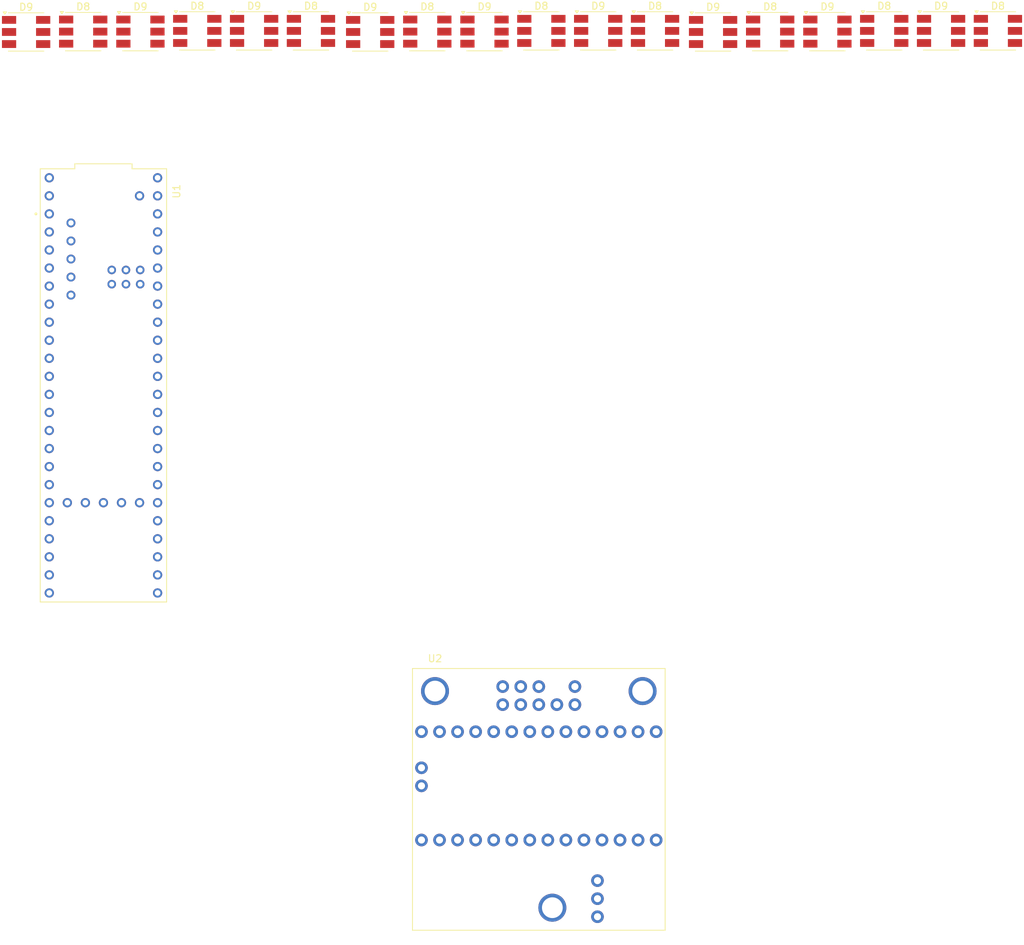
<source format=kicad_pcb>
(kicad_pcb (version 20241229) (generator "pcbnew") (generator_version "9.0")
  (layers (0 "F.Cu" signal) (2 "B.Cu" signal) (13 "F.Paste" user) (15 "B.Paste" user) (5 "F.SilkS" user "F.Silkscreen") (7 "B.SilkS" user "B.Silkscreen") (1 "F.Mask" user) (3 "B.Mask" user) (25 "Edge.Cuts" user))
  (net 0 "")
  (net 1 "Net-(D8-GND)")
  (net 2 "Net-(D8-DI)")
  (net 3 "Net-(D8-VCC)")
  (net 4 "Net-(D8-CI)")
  (net 7 "Net-(D8-CO)")
  (net 8 "Net-(D8-DO)")
  (footprint "LED_SMD:LED_RGB_5050-6" (layer "F.Cu") (at 104.75 57.349722)
    (property "Reference" "D8" (at 0 -3.5 0) (layer "F.SilkS"))
    (property "Value" "APA102")
    (fp_line (start -2.5 -2.7) (end 2.5 -2.7) (stroke (width 0.12)) (layer "F.SilkS"))
    (fp_line (start 2.5 2.7) (end -2.5 2.7) (stroke (width 0.12)) (layer "F.SilkS"))
    (fp_poly (pts (xy -3 -2.5) (xy -3.24 -2.83) (xy -2.76 -2.83) (xy -3 -2.5)) (stroke (width 0.12)) (fill yes) (layer "F.SilkS"))
    (pad "1" smd rect (at -2.4 -1.7 90) (size 1.1 2) (layers "F.Cu" "F.Mask" "F.Paste") (net 2 "Net-(D8-DI)"))
    (pad "2" smd rect (at -2.4 0 90) (size 1.1 2) (layers "F.Cu" "F.Mask" "F.Paste") (net 4 "Net-(D8-CI)"))
    (pad "3" smd rect (at -2.4 1.7 90) (size 1.1 2) (layers "F.Cu" "F.Mask" "F.Paste") (net 1 "Net-(D8-GND)"))
    (pad "4" smd rect (at 2.4 1.7 90) (size 1.1 2) (layers "F.Cu" "F.Mask" "F.Paste") (net 3 "Net-(D8-VCC)"))
    (pad "5" smd rect (at 2.4 0 90) (size 1.1 2) (layers "F.Cu" "F.Mask" "F.Paste") (net 7 "Net-(D8-CO)"))
    (pad "6" smd rect (at 2.4 -1.7 90) (size 1.1 2) (layers "F.Cu" "F.Mask" "F.Paste") (net 8 "Net-(D8-DO)"))
  )
  (footprint "EQLightBarLibrary:MODULE_DEV-16771" (layer "F.Cu") (at 27.13 107.23 -90)
    (property "Reference" "U1" (at -27.305 -10.295 90) (layer "F.SilkS"))
    (property "Value" "TEENSY 4.1")
    (fp_line (start -30.48 8.89) (end -30.48 4.03) (stroke (width 0.127)) (layer "F.SilkS"))
    (fp_line (start 30.48 8.89) (end -30.48 8.89) (stroke (width 0.127)) (layer "F.SilkS"))
    (fp_line (start -31.18 4.03) (end -31.18 -4.03) (stroke (width 0.127)) (layer "F.SilkS"))
    (fp_line (start -30.48 4.03) (end -31.18 4.03) (stroke (width 0.127)) (layer "F.SilkS"))
    (fp_line (start -30.48 -4.03) (end -31.18 -4.03) (stroke (width 0.127)) (layer "F.SilkS"))
    (fp_line (start -30.48 -8.89) (end -30.48 -4.03) (stroke (width 0.127)) (layer "F.SilkS"))
    (fp_line (start -30.48 -8.89) (end 30.48 -8.89) (stroke (width 0.127)) (layer "F.SilkS"))
    (fp_line (start 30.48 -8.89) (end 30.48 8.89) (stroke (width 0.127)) (layer "F.SilkS"))
    (fp_circle (center -24.13 9.5) (end -24.03 9.5) (stroke (width 0.2)) (fill no) (layer "F.SilkS"))
    (pad "0" thru_hole circle (at -26.67 7.62 270) (size 1.308 1.308) (drill 0.8) (layers "*.Cu" "*.Mask") (net 4 "Net-(D8-CI)"))
    (pad "1" thru_hole circle (at -24.13 7.62 270) (size 1.308 1.308) (drill 0.8) (layers "*.Cu" "*.Mask") (net 2 "Net-(D8-DI)"))
    (pad "2" thru_hole circle (at -21.59 7.62 270) (size 1.308 1.308) (drill 0.8) (layers "*.Cu" "*.Mask"))
    (pad "3" thru_hole circle (at -19.05 7.62 270) (size 1.308 1.308) (drill 0.8) (layers "*.Cu" "*.Mask"))
    (pad "3.3V_1" thru_hole circle (at 6.35 7.62 270) (size 1.308 1.308) (drill 0.8) (layers "*.Cu" "*.Mask"))
    (pad "3.3V_2" thru_hole circle (at -24.13 -7.62 270) (size 1.308 1.308) (drill 0.8) (layers "*.Cu" "*.Mask"))
    (pad "3.3V_3" thru_hole circle (at 16.51 2.54 270) (size 1.308 1.308) (drill 0.8) (layers "*.Cu" "*.Mask"))
    (pad "4" thru_hole circle (at -16.51 7.62 270) (size 1.308 1.308) (drill 0.8) (layers "*.Cu" "*.Mask"))
    (pad "5" thru_hole circle (at -13.97 7.62 270) (size 1.308 1.308) (drill 0.8) (layers "*.Cu" "*.Mask"))
    (pad "5V" thru_hole circle (at -22.86 4.57 270) (size 1.258 1.258) (drill 0.75) (layers "*.Cu" "*.Mask") (net 3 "Net-(D8-VCC)"))
    (pad "6" thru_hole circle (at -11.43 7.62 270) (size 1.308 1.308) (drill 0.8) (layers "*.Cu" "*.Mask"))
    (pad "7" thru_hole circle (at -8.89 7.62 270) (size 1.308 1.308) (drill 0.8) (layers "*.Cu" "*.Mask"))
    (pad "8" thru_hole circle (at -6.35 7.62 270) (size 1.308 1.308) (drill 0.8) (layers "*.Cu" "*.Mask"))
    (pad "9" thru_hole circle (at -3.81 7.62 270) (size 1.308 1.308) (drill 0.8) (layers "*.Cu" "*.Mask"))
    (pad "10" thru_hole circle (at -1.27 7.62 270) (size 1.308 1.308) (drill 0.8) (layers "*.Cu" "*.Mask"))
    (pad "11" thru_hole circle (at 1.27 7.62 270) (size 1.308 1.308) (drill 0.8) (layers "*.Cu" "*.Mask"))
    (pad "12" thru_hole circle (at 3.81 7.62 270) (size 1.308 1.308) (drill 0.8) (layers "*.Cu" "*.Mask"))
    (pad "13" thru_hole circle (at 3.81 -7.62 270) (size 1.308 1.308) (drill 0.8) (layers "*.Cu" "*.Mask"))
    (pad "14" thru_hole circle (at 1.27 -7.62 270) (size 1.308 1.308) (drill 0.8) (layers "*.Cu" "*.Mask"))
    (pad "15" thru_hole circle (at -1.27 -7.62 270) (size 1.308 1.308) (drill 0.8) (layers "*.Cu" "*.Mask"))
    (pad "16" thru_hole circle (at -3.81 -7.62 270) (size 1.308 1.308) (drill 0.8) (layers "*.Cu" "*.Mask"))
    (pad "17" thru_hole circle (at -6.35 -7.62 270) (size 1.308 1.308) (drill 0.8) (layers "*.Cu" "*.Mask"))
    (pad "18" thru_hole circle (at -8.89 -7.62 270) (size 1.308 1.308) (drill 0.8) (layers "*.Cu" "*.Mask"))
    (pad "19" thru_hole circle (at -11.43 -7.62 270) (size 1.308 1.308) (drill 0.8) (layers "*.Cu" "*.Mask"))
    (pad "20" thru_hole circle (at -13.97 -7.62 270) (size 1.308 1.308) (drill 0.8) (layers "*.Cu" "*.Mask"))
    (pad "21" thru_hole circle (at -16.51 -7.62 270) (size 1.308 1.308) (drill 0.8) (layers "*.Cu" "*.Mask"))
    (pad "22" thru_hole circle (at -19.05 -7.62 270) (size 1.308 1.308) (drill 0.8) (layers "*.Cu" "*.Mask"))
    (pad "23" thru_hole circle (at -21.59 -7.62 270) (size 1.308 1.308) (drill 0.8) (layers "*.Cu" "*.Mask"))
    (pad "24" thru_hole circle (at 8.89 7.62 270) (size 1.308 1.308) (drill 0.8) (layers "*.Cu" "*.Mask"))
    (pad "25" thru_hole circle (at 11.43 7.62 270) (size 1.308 1.308) (drill 0.8) (layers "*.Cu" "*.Mask"))
    (pad "26" thru_hole circle (at 13.97 7.62 270) (size 1.308 1.308) (drill 0.8) (layers "*.Cu" "*.Mask"))
    (pad "27" thru_hole circle (at 16.51 7.62 270) (size 1.308 1.308) (drill 0.8) (layers "*.Cu" "*.Mask"))
    (pad "28" thru_hole circle (at 19.05 7.62 270) (size 1.308 1.308) (drill 0.8) (layers "*.Cu" "*.Mask"))
    (pad "29" thru_hole circle (at 21.59 7.62 270) (size 1.308 1.308) (drill 0.8) (layers "*.Cu" "*.Mask"))
    (pad "30" thru_hole circle (at 24.13 7.62 270) (size 1.308 1.308) (drill 0.8) (layers "*.Cu" "*.Mask"))
    (pad "31" thru_hole circle (at 26.67 7.62 270) (size 1.308 1.308) (drill 0.8) (layers "*.Cu" "*.Mask"))
    (pad "32" thru_hole circle (at 29.21 7.62 270) (size 1.308 1.308) (drill 0.8) (layers "*.Cu" "*.Mask"))
    (pad "33" thru_hole circle (at 29.21 -7.62 270) (size 1.308 1.308) (drill 0.8) (layers "*.Cu" "*.Mask"))
    (pad "34" thru_hole circle (at 26.67 -7.62 270) (size 1.308 1.308) (drill 0.8) (layers "*.Cu" "*.Mask"))
    (pad "35" thru_hole circle (at 24.13 -7.62 270) (size 1.308 1.308) (drill 0.8) (layers "*.Cu" "*.Mask"))
    (pad "36" thru_hole circle (at 21.59 -7.62 270) (size 1.308 1.308) (drill 0.8) (layers "*.Cu" "*.Mask"))
    (pad "37" thru_hole circle (at 19.05 -7.62 270) (size 1.308 1.308) (drill 0.8) (layers "*.Cu" "*.Mask"))
    (pad "38" thru_hole circle (at 16.51 -7.62 270) (size 1.308 1.308) (drill 0.8) (layers "*.Cu" "*.Mask"))
    (pad "39" thru_hole circle (at 13.97 -7.62 270) (size 1.308 1.308) (drill 0.8) (layers "*.Cu" "*.Mask"))
    (pad "40" thru_hole circle (at 11.43 -7.62 270) (size 1.308 1.308) (drill 0.8) (layers "*.Cu" "*.Mask"))
    (pad "41" thru_hole circle (at 8.89 -7.62 270) (size 1.308 1.308) (drill 0.8) (layers "*.Cu" "*.Mask"))
    (pad "D+" thru_hole circle (at -17.78 4.57 270) (size 1.258 1.258) (drill 0.75) (layers "*.Cu" "*.Mask"))
    (pad "D-" thru_hole circle (at -20.32 4.57 270) (size 1.258 1.258) (drill 0.75) (layers "*.Cu" "*.Mask"))
    (pad "GND1" thru_hole circle (at -29.21 7.62 270) (size 1.308 1.308) (drill 0.8) (layers "*.Cu" "*.Mask") (net 1 "Net-(D8-GND)"))
    (pad "GND2" thru_hole circle (at 6.35 -7.62 270) (size 1.308 1.308) (drill 0.8) (layers "*.Cu" "*.Mask"))
    (pad "GND3" thru_hole circle (at -26.67 -7.62 270) (size 1.308 1.308) (drill 0.8) (layers "*.Cu" "*.Mask"))
    (pad "GND4" thru_hole circle (at 16.51 0 270) (size 1.308 1.308) (drill 0.8) (layers "*.Cu" "*.Mask"))
    (pad "GND5" thru_hole circle (at -14.24 -3.17 270) (size 1.208 1.208) (drill 0.7) (layers "*.Cu" "*.Mask"))
    (pad "LED" thru_hole circle (at -16.24 -3.17 270) (size 1.208 1.208) (drill 0.7) (layers "*.Cu" "*.Mask"))
    (pad "ON/OFF" thru_hole circle (at 16.51 -5.08 270) (size 1.308 1.308) (drill 0.8) (layers "*.Cu" "*.Mask"))
    (pad "PROGRAM" thru_hole circle (at 16.51 -2.54 270) (size 1.308 1.308) (drill 0.8) (layers "*.Cu" "*.Mask"))
    (pad "R+" thru_hole circle (at -16.24 -5.17 270) (size 1.208 1.208) (drill 0.7) (layers "*.Cu" "*.Mask"))
    (pad "R-" thru_hole circle (at -14.24 -5.17 270) (size 1.208 1.208) (drill 0.7) (layers "*.Cu" "*.Mask"))
    (pad "T+" thru_hole circle (at -14.24 -1.17 270) (size 1.208 1.208) (drill 0.7) (layers "*.Cu" "*.Mask"))
    (pad "T-" thru_hole circle (at -16.24 -1.17 270) (size 1.208 1.208) (drill 0.7) (layers "*.Cu" "*.Mask"))
    (pad "USB_GND1" thru_hole circle (at -15.24 4.57 270) (size 1.258 1.258) (drill 0.75) (layers "*.Cu" "*.Mask"))
    (pad "USB_GND2" thru_hole circle (at -12.7 4.57 270) (size 1.258 1.258) (drill 0.75) (layers "*.Cu" "*.Mask"))
    (pad "VBAT" thru_hole circle (at 16.51 5.08 270) (size 1.308 1.308) (drill 0.8) (layers "*.Cu" "*.Mask"))
    (pad "VIN" thru_hole circle (at -29.21 -7.62 270) (size 1.308 1.308) (drill 0.8) (layers "*.Cu" "*.Mask"))
    (pad "VUSB" thru_hole circle (at -26.67 -5.08 270) (size 1.308 1.308) (drill 0.8) (layers "*.Cu" "*.Mask"))
  )
  (footprint "LED_SMD:LED_RGB_5050-6" (layer "F.Cu") (at 64.667531 57.5)
    (property "Reference" "D9" (at 0 -3.5 0) (layer "F.SilkS"))
    (property "Value" "APA102")
    (fp_line (start -2.5 -2.7) (end 2.5 -2.7) (stroke (width 0.12)) (layer "F.SilkS"))
    (fp_line (start 2.5 2.7) (end -2.5 2.7) (stroke (width 0.12)) (layer "F.SilkS"))
    (fp_poly (pts (xy -3 -2.5) (xy -3.24 -2.83) (xy -2.76 -2.83) (xy -3 -2.5)) (stroke (width 0.12)) (fill yes) (layer "F.SilkS"))
    (pad "1" smd rect (at -2.4 -1.7 90) (size 1.1 2) (layers "F.Cu" "F.Mask" "F.Paste") (net 8 "Net-(D8-DO)"))
    (pad "2" smd rect (at -2.4 0 90) (size 1.1 2) (layers "F.Cu" "F.Mask" "F.Paste") (net 7 "Net-(D8-CO)"))
    (pad "3" smd rect (at -2.4 1.7 90) (size 1.1 2) (layers "F.Cu" "F.Mask" "F.Paste") (net 1 "Net-(D8-GND)"))
    (pad "4" smd rect (at 2.4 1.7 90) (size 1.1 2) (layers "F.Cu" "F.Mask" "F.Paste") (net 3 "Net-(D8-VCC)"))
    (pad "5" smd rect (at 2.4 0 90) (size 1.1 2) (layers "F.Cu" "F.Mask" "F.Paste"))
    (pad "6" smd rect (at 2.4 -1.7 90) (size 1.1 2) (layers "F.Cu" "F.Mask" "F.Paste"))
  )
  (footprint "LED_SMD:LED_RGB_5050-6" (layer "F.Cu") (at 129 57.449722)
    (property "Reference" "D9" (at 0 -3.5 0) (layer "F.SilkS"))
    (property "Value" "APA102")
    (fp_line (start -2.5 -2.7) (end 2.5 -2.7) (stroke (width 0.12)) (layer "F.SilkS"))
    (fp_line (start 2.5 2.7) (end -2.5 2.7) (stroke (width 0.12)) (layer "F.SilkS"))
    (fp_poly (pts (xy -3 -2.5) (xy -3.24 -2.83) (xy -2.76 -2.83) (xy -3 -2.5)) (stroke (width 0.12)) (fill yes) (layer "F.SilkS"))
    (pad "1" smd rect (at -2.4 -1.7 90) (size 1.1 2) (layers "F.Cu" "F.Mask" "F.Paste") (net 8 "Net-(D8-DO)"))
    (pad "2" smd rect (at -2.4 0 90) (size 1.1 2) (layers "F.Cu" "F.Mask" "F.Paste") (net 7 "Net-(D8-CO)"))
    (pad "3" smd rect (at -2.4 1.7 90) (size 1.1 2) (layers "F.Cu" "F.Mask" "F.Paste") (net 1 "Net-(D8-GND)"))
    (pad "4" smd rect (at 2.4 1.7 90) (size 1.1 2) (layers "F.Cu" "F.Mask" "F.Paste") (net 3 "Net-(D8-VCC)"))
    (pad "5" smd rect (at 2.4 0 90) (size 1.1 2) (layers "F.Cu" "F.Mask" "F.Paste"))
    (pad "6" smd rect (at 2.4 -1.7 90) (size 1.1 2) (layers "F.Cu" "F.Mask" "F.Paste"))
  )
  (footprint "LED_SMD:LED_RGB_5050-6" (layer "F.Cu") (at 24.282469 57.449722)
    (property "Reference" "D8" (at 0 -3.5 0) (layer "F.SilkS"))
    (property "Value" "APA102")
    (fp_line (start -2.5 -2.7) (end 2.5 -2.7) (stroke (width 0.12)) (layer "F.SilkS"))
    (fp_line (start 2.5 2.7) (end -2.5 2.7) (stroke (width 0.12)) (layer "F.SilkS"))
    (fp_poly (pts (xy -3 -2.5) (xy -3.24 -2.83) (xy -2.76 -2.83) (xy -3 -2.5)) (stroke (width 0.12)) (fill yes) (layer "F.SilkS"))
    (pad "1" smd rect (at -2.4 -1.7 90) (size 1.1 2) (layers "F.Cu" "F.Mask" "F.Paste") (net 2 "Net-(D8-DI)"))
    (pad "2" smd rect (at -2.4 0 90) (size 1.1 2) (layers "F.Cu" "F.Mask" "F.Paste") (net 4 "Net-(D8-CI)"))
    (pad "3" smd rect (at -2.4 1.7 90) (size 1.1 2) (layers "F.Cu" "F.Mask" "F.Paste") (net 1 "Net-(D8-GND)"))
    (pad "4" smd rect (at 2.4 1.7 90) (size 1.1 2) (layers "F.Cu" "F.Mask" "F.Paste") (net 3 "Net-(D8-VCC)"))
    (pad "5" smd rect (at 2.4 0 90) (size 1.1 2) (layers "F.Cu" "F.Mask" "F.Paste") (net 7 "Net-(D8-CO)"))
    (pad "6" smd rect (at 2.4 -1.7 90) (size 1.1 2) (layers "F.Cu" "F.Mask" "F.Paste") (net 8 "Net-(D8-DO)"))
  )
  (footprint "LED_SMD:LED_RGB_5050-6" (layer "F.Cu") (at 112.917531 57.5)
    (property "Reference" "D9" (at 0 -3.5 0) (layer "F.SilkS"))
    (property "Value" "APA102")
    (fp_line (start -2.5 -2.7) (end 2.5 -2.7) (stroke (width 0.12)) (layer "F.SilkS"))
    (fp_line (start 2.5 2.7) (end -2.5 2.7) (stroke (width 0.12)) (layer "F.SilkS"))
    (fp_poly (pts (xy -3 -2.5) (xy -3.24 -2.83) (xy -2.76 -2.83) (xy -3 -2.5)) (stroke (width 0.12)) (fill yes) (layer "F.SilkS"))
    (pad "1" smd rect (at -2.4 -1.7 90) (size 1.1 2) (layers "F.Cu" "F.Mask" "F.Paste") (net 8 "Net-(D8-DO)"))
    (pad "2" smd rect (at -2.4 0 90) (size 1.1 2) (layers "F.Cu" "F.Mask" "F.Paste") (net 7 "Net-(D8-CO)"))
    (pad "3" smd rect (at -2.4 1.7 90) (size 1.1 2) (layers "F.Cu" "F.Mask" "F.Paste") (net 1 "Net-(D8-GND)"))
    (pad "4" smd rect (at 2.4 1.7 90) (size 1.1 2) (layers "F.Cu" "F.Mask" "F.Paste") (net 3 "Net-(D8-VCC)"))
    (pad "5" smd rect (at 2.4 0 90) (size 1.1 2) (layers "F.Cu" "F.Mask" "F.Paste"))
    (pad "6" smd rect (at 2.4 -1.7 90) (size 1.1 2) (layers "F.Cu" "F.Mask" "F.Paste"))
  )
  (footprint "LED_SMD:LED_RGB_5050-6" (layer "F.Cu") (at 137 57.349722)
    (property "Reference" "D8" (at 0 -3.5 0) (layer "F.SilkS"))
    (property "Value" "APA102")
    (fp_line (start -2.5 -2.7) (end 2.5 -2.7) (stroke (width 0.12)) (layer "F.SilkS"))
    (fp_line (start 2.5 2.7) (end -2.5 2.7) (stroke (width 0.12)) (layer "F.SilkS"))
    (fp_poly (pts (xy -3 -2.5) (xy -3.24 -2.83) (xy -2.76 -2.83) (xy -3 -2.5)) (stroke (width 0.12)) (fill yes) (layer "F.SilkS"))
    (pad "1" smd rect (at -2.4 -1.7 90) (size 1.1 2) (layers "F.Cu" "F.Mask" "F.Paste") (net 2 "Net-(D8-DI)"))
    (pad "2" smd rect (at -2.4 0 90) (size 1.1 2) (layers "F.Cu" "F.Mask" "F.Paste") (net 4 "Net-(D8-CI)"))
    (pad "3" smd rect (at -2.4 1.7 90) (size 1.1 2) (layers "F.Cu" "F.Mask" "F.Paste") (net 1 "Net-(D8-GND)"))
    (pad "4" smd rect (at 2.4 1.7 90) (size 1.1 2) (layers "F.Cu" "F.Mask" "F.Paste") (net 3 "Net-(D8-VCC)"))
    (pad "5" smd rect (at 2.4 0 90) (size 1.1 2) (layers "F.Cu" "F.Mask" "F.Paste") (net 7 "Net-(D8-CO)"))
    (pad "6" smd rect (at 2.4 -1.7 90) (size 1.1 2) (layers "F.Cu" "F.Mask" "F.Paste") (net 8 "Net-(D8-DO)"))
  )
  (footprint "LED_SMD:LED_RGB_5050-6" (layer "F.Cu") (at 40.332469 57.349722)
    (property "Reference" "D8" (at 0 -3.5 0) (layer "F.SilkS"))
    (property "Value" "APA102")
    (fp_line (start -2.5 -2.7) (end 2.5 -2.7) (stroke (width 0.12)) (layer "F.SilkS"))
    (fp_line (start 2.5 2.7) (end -2.5 2.7) (stroke (width 0.12)) (layer "F.SilkS"))
    (fp_poly (pts (xy -3 -2.5) (xy -3.24 -2.83) (xy -2.76 -2.83) (xy -3 -2.5)) (stroke (width 0.12)) (fill yes) (layer "F.SilkS"))
    (pad "1" smd rect (at -2.4 -1.7 90) (size 1.1 2) (layers "F.Cu" "F.Mask" "F.Paste") (net 2 "Net-(D8-DI)"))
    (pad "2" smd rect (at -2.4 0 90) (size 1.1 2) (layers "F.Cu" "F.Mask" "F.Paste") (net 4 "Net-(D8-CI)"))
    (pad "3" smd rect (at -2.4 1.7 90) (size 1.1 2) (layers "F.Cu" "F.Mask" "F.Paste") (net 1 "Net-(D8-GND)"))
    (pad "4" smd rect (at 2.4 1.7 90) (size 1.1 2) (layers "F.Cu" "F.Mask" "F.Paste") (net 3 "Net-(D8-VCC)"))
    (pad "5" smd rect (at 2.4 0 90) (size 1.1 2) (layers "F.Cu" "F.Mask" "F.Paste") (net 7 "Net-(D8-CO)"))
    (pad "6" smd rect (at 2.4 -1.7 90) (size 1.1 2) (layers "F.Cu" "F.Mask" "F.Paste") (net 8 "Net-(D8-DO)"))
  )
  (footprint "LED_SMD:LED_RGB_5050-6" (layer "F.Cu") (at 48.332469 57.349722)
    (property "Reference" "D9" (at 0 -3.5 0) (layer "F.SilkS"))
    (property "Value" "APA102")
    (fp_line (start -2.5 -2.7) (end 2.5 -2.7) (stroke (width 0.12)) (layer "F.SilkS"))
    (fp_line (start 2.5 2.7) (end -2.5 2.7) (stroke (width 0.12)) (layer "F.SilkS"))
    (fp_poly (pts (xy -3 -2.5) (xy -3.24 -2.83) (xy -2.76 -2.83) (xy -3 -2.5)) (stroke (width 0.12)) (fill yes) (layer "F.SilkS"))
    (pad "1" smd rect (at -2.4 -1.7 90) (size 1.1 2) (layers "F.Cu" "F.Mask" "F.Paste") (net 8 "Net-(D8-DO)"))
    (pad "2" smd rect (at -2.4 0 90) (size 1.1 2) (layers "F.Cu" "F.Mask" "F.Paste") (net 7 "Net-(D8-CO)"))
    (pad "3" smd rect (at -2.4 1.7 90) (size 1.1 2) (layers "F.Cu" "F.Mask" "F.Paste") (net 1 "Net-(D8-GND)"))
    (pad "4" smd rect (at 2.4 1.7 90) (size 1.1 2) (layers "F.Cu" "F.Mask" "F.Paste") (net 3 "Net-(D8-VCC)"))
    (pad "5" smd rect (at 2.4 0 90) (size 1.1 2) (layers "F.Cu" "F.Mask" "F.Paste"))
    (pad "6" smd rect (at 2.4 -1.7 90) (size 1.1 2) (layers "F.Cu" "F.Mask" "F.Paste"))
  )
  (footprint "EQLightBarLibrary:MODULE_DEV-15845" (layer "F.Cu") (at 88.395 166.125)
    (property "Reference" "U2" (at -14.605 -20.455 0) (layer "F.SilkS"))
    (property "Value" "TEENSY AUDIO ADAPTER BOARD REV D")
    (fp_line (start -17.78 -19.05) (end 17.78 -19.05) (stroke (width 0.127)) (layer "F.SilkS"))
    (fp_line (start -17.78 17.78) (end -17.78 -19.05) (stroke (width 0.127)) (layer "F.SilkS"))
    (fp_line (start -17.78 17.78) (end 17.78 17.78) (stroke (width 0.127)) (layer "F.SilkS"))
    (fp_line (start 17.78 -19.05) (end 17.78 17.78) (stroke (width 0.127)) (layer "F.SilkS"))
    (pad "0" thru_hole circle (at -13.97 5.08) (size 1.778 1.778) (drill 1) (layers "*.Cu" "*.Mask"))
    (pad "1" thru_hole circle (at -11.43 5.08) (size 1.778 1.778) (drill 1) (layers "*.Cu" "*.Mask"))
    (pad "2" thru_hole circle (at -8.89 5.08) (size 1.778 1.778) (drill 1) (layers "*.Cu" "*.Mask"))
    (pad "3" thru_hole circle (at -6.35 5.08) (size 1.778 1.778) (drill 1) (layers "*.Cu" "*.Mask"))
    (pad "3V" thru_hole circle (at -11.43 -10.16) (size 1.778 1.778) (drill 1) (layers "*.Cu" "*.Mask"))
    (pad "4" thru_hole circle (at -3.81 5.08) (size 1.778 1.778) (drill 1) (layers "*.Cu" "*.Mask"))
    (pad "5" thru_hole circle (at -1.27 5.08) (size 1.778 1.778) (drill 1) (layers "*.Cu" "*.Mask"))
    (pad "5V" thru_hole circle (at -16.51 -10.16) (size 1.778 1.778) (drill 1) (layers "*.Cu" "*.Mask"))
    (pad "6" thru_hole circle (at 1.27 5.08) (size 1.778 1.778) (drill 1) (layers "*.Cu" "*.Mask"))
    (pad "7" thru_hole circle (at 3.81 5.08) (size 1.778 1.778) (drill 1) (layers "*.Cu" "*.Mask"))
    (pad "8" thru_hole circle (at 6.35 5.08) (size 1.778 1.778) (drill 1) (layers "*.Cu" "*.Mask"))
    (pad "9" thru_hole circle (at 8.89 5.08) (size 1.778 1.778) (drill 1) (layers "*.Cu" "*.Mask"))
    (pad "10" thru_hole circle (at 11.43 5.08) (size 1.778 1.778) (drill 1) (layers "*.Cu" "*.Mask"))
    (pad "11" thru_hole circle (at 13.97 5.08) (size 1.778 1.778) (drill 1) (layers "*.Cu" "*.Mask"))
    (pad "12" thru_hole circle (at 16.51 5.08) (size 1.778 1.778) (drill 1) (layers "*.Cu" "*.Mask"))
    (pad "13" thru_hole circle (at 16.51 -10.16) (size 1.778 1.778) (drill 1) (layers "*.Cu" "*.Mask"))
    (pad "14" thru_hole circle (at 13.97 -10.16) (size 1.778 1.778) (drill 1) (layers "*.Cu" "*.Mask"))
    (pad "15" thru_hole circle (at 11.43 -10.16) (size 1.778 1.778) (drill 1) (layers "*.Cu" "*.Mask"))
    (pad "16" thru_hole circle (at 8.89 -10.16) (size 1.778 1.778) (drill 1) (layers "*.Cu" "*.Mask"))
    (pad "17" thru_hole circle (at 6.35 -10.16) (size 1.778 1.778) (drill 1) (layers "*.Cu" "*.Mask"))
    (pad "18" thru_hole circle (at 3.81 -10.16) (size 1.778 1.778) (drill 1) (layers "*.Cu" "*.Mask"))
    (pad "19" thru_hole circle (at 1.27 -10.16) (size 1.778 1.778) (drill 1) (layers "*.Cu" "*.Mask"))
    (pad "20" thru_hole circle (at -1.27 -10.16) (size 1.778 1.778) (drill 1) (layers "*.Cu" "*.Mask"))
    (pad "21" thru_hole circle (at -3.81 -10.16) (size 1.778 1.778) (drill 1) (layers "*.Cu" "*.Mask"))
    (pad "22" thru_hole circle (at -6.35 -10.16) (size 1.778 1.778) (drill 1) (layers "*.Cu" "*.Mask"))
    (pad "23" thru_hole circle (at -8.89 -10.16) (size 1.778 1.778) (drill 1) (layers "*.Cu" "*.Mask"))
    (pad "G" thru_hole circle (at -13.97 -10.16) (size 1.778 1.778) (drill 1) (layers "*.Cu" "*.Mask"))
    (pad "GND" thru_hole circle (at -16.51 5.08) (size 1.778 1.778) (drill 1) (layers "*.Cu" "*.Mask"))
    (pad "GND_MIC" thru_hole circle (at -16.51 -2.54) (size 1.778 1.778) (drill 1) (layers "*.Cu" "*.Mask"))
    (pad "INGND1" thru_hole circle (at -5.08 -16.51) (size 1.778 1.778) (drill 1) (layers "*.Cu" "*.Mask"))
    (pad "INGND2" thru_hole circle (at -2.54 -16.51) (size 1.778 1.778) (drill 1) (layers "*.Cu" "*.Mask"))
    (pad "INL" thru_hole circle (at -5.08 -13.97) (size 1.778 1.778) (drill 1) (layers "*.Cu" "*.Mask"))
    (pad "INR" thru_hole circle (at -2.54 -13.97) (size 1.778 1.778) (drill 1) (layers "*.Cu" "*.Mask"))
    (pad "MIC" thru_hole circle (at -16.51 -5.08) (size 1.778 1.778) (drill 1) (layers "*.Cu" "*.Mask"))
    (pad "OUTGND" thru_hole circle (at 2.54 -13.97) (size 1.778 1.778) (drill 1) (layers "*.Cu" "*.Mask"))
    (pad "OUTL" thru_hole circle (at 5.08 -13.97) (size 1.778 1.778) (drill 1) (layers "*.Cu" "*.Mask"))
    (pad "OUTR" thru_hole circle (at 0 -13.97) (size 1.778 1.778) (drill 1) (layers "*.Cu" "*.Mask"))
    (pad "S1" thru_hole circle (at -14.605 -15.875) (size 3.937 3.937) (drill 2.921) (layers "*.Cu" "*.Mask"))
    (pad "S2" thru_hole circle (at 14.605 -15.875) (size 3.937 3.937) (drill 2.921) (layers "*.Cu" "*.Mask"))
    (pad "S3" thru_hole circle (at 1.905 14.605) (size 3.937 3.937) (drill 2.921) (layers "*.Cu" "*.Mask"))
    (pad "UNUSED1" thru_hole circle (at 0 -16.51) (size 1.778 1.778) (drill 1) (layers "*.Cu" "*.Mask"))
    (pad "UNUSED2" thru_hole circle (at 5.08 -16.51) (size 1.778 1.778) (drill 1) (layers "*.Cu" "*.Mask"))
    (pad "VOL" thru_hole circle (at 8.255 13.335) (size 1.778 1.778) (drill 1) (layers "*.Cu" "*.Mask"))
    (pad "VOL_3.3V" thru_hole circle (at 8.255 15.875) (size 1.778 1.778) (drill 1) (layers "*.Cu" "*.Mask"))
    (pad "VOL_GND" thru_hole circle (at 8.255 10.795) (size 1.778 1.778) (drill 1) (layers "*.Cu" "*.Mask"))
  )
  (footprint "LED_SMD:LED_RGB_5050-6" (layer "F.Cu") (at 145 57.349722)
    (property "Reference" "D9" (at 0 -3.5 0) (layer "F.SilkS"))
    (property "Value" "APA102")
    (fp_line (start -2.5 -2.7) (end 2.5 -2.7) (stroke (width 0.12)) (layer "F.SilkS"))
    (fp_line (start 2.5 2.7) (end -2.5 2.7) (stroke (width 0.12)) (layer "F.SilkS"))
    (fp_poly (pts (xy -3 -2.5) (xy -3.24 -2.83) (xy -2.76 -2.83) (xy -3 -2.5)) (stroke (width 0.12)) (fill yes) (layer "F.SilkS"))
    (pad "1" smd rect (at -2.4 -1.7 90) (size 1.1 2) (layers "F.Cu" "F.Mask" "F.Paste") (net 8 "Net-(D8-DO)"))
    (pad "2" smd rect (at -2.4 0 90) (size 1.1 2) (layers "F.Cu" "F.Mask" "F.Paste") (net 7 "Net-(D8-CO)"))
    (pad "3" smd rect (at -2.4 1.7 90) (size 1.1 2) (layers "F.Cu" "F.Mask" "F.Paste") (net 1 "Net-(D8-GND)"))
    (pad "4" smd rect (at 2.4 1.7 90) (size 1.1 2) (layers "F.Cu" "F.Mask" "F.Paste") (net 3 "Net-(D8-VCC)"))
    (pad "5" smd rect (at 2.4 0 90) (size 1.1 2) (layers "F.Cu" "F.Mask" "F.Paste"))
    (pad "6" smd rect (at 2.4 -1.7 90) (size 1.1 2) (layers "F.Cu" "F.Mask" "F.Paste"))
  )
  (footprint "LED_SMD:LED_RGB_5050-6" (layer "F.Cu") (at 72.7 57.449722)
    (property "Reference" "D8" (at 0 -3.5 0) (layer "F.SilkS"))
    (property "Value" "APA102")
    (fp_line (start -2.5 -2.7) (end 2.5 -2.7) (stroke (width 0.12)) (layer "F.SilkS"))
    (fp_line (start 2.5 2.7) (end -2.5 2.7) (stroke (width 0.12)) (layer "F.SilkS"))
    (fp_poly (pts (xy -3 -2.5) (xy -3.24 -2.83) (xy -2.76 -2.83) (xy -3 -2.5)) (stroke (width 0.12)) (fill yes) (layer "F.SilkS"))
    (pad "1" smd rect (at -2.4 -1.7 90) (size 1.1 2) (layers "F.Cu" "F.Mask" "F.Paste") (net 2 "Net-(D8-DI)"))
    (pad "2" smd rect (at -2.4 0 90) (size 1.1 2) (layers "F.Cu" "F.Mask" "F.Paste") (net 4 "Net-(D8-CI)"))
    (pad "3" smd rect (at -2.4 1.7 90) (size 1.1 2) (layers "F.Cu" "F.Mask" "F.Paste") (net 1 "Net-(D8-GND)"))
    (pad "4" smd rect (at 2.4 1.7 90) (size 1.1 2) (layers "F.Cu" "F.Mask" "F.Paste") (net 3 "Net-(D8-VCC)"))
    (pad "5" smd rect (at 2.4 0 90) (size 1.1 2) (layers "F.Cu" "F.Mask" "F.Paste") (net 7 "Net-(D8-CO)"))
    (pad "6" smd rect (at 2.4 -1.7 90) (size 1.1 2) (layers "F.Cu" "F.Mask" "F.Paste") (net 8 "Net-(D8-DO)"))
  )
  (footprint "LED_SMD:LED_RGB_5050-6" (layer "F.Cu") (at 16.25 57.5)
    (property "Reference" "D9" (at 0 -3.5 0) (layer "F.SilkS"))
    (property "Value" "APA102")
    (fp_line (start -2.5 -2.7) (end 2.5 -2.7) (stroke (width 0.12)) (layer "F.SilkS"))
    (fp_line (start 2.5 2.7) (end -2.5 2.7) (stroke (width 0.12)) (layer "F.SilkS"))
    (fp_poly (pts (xy -3 -2.5) (xy -3.24 -2.83) (xy -2.76 -2.83) (xy -3 -2.5)) (stroke (width 0.12)) (fill yes) (layer "F.SilkS"))
    (pad "1" smd rect (at -2.4 -1.7 90) (size 1.1 2) (layers "F.Cu" "F.Mask" "F.Paste") (net 8 "Net-(D8-DO)"))
    (pad "2" smd rect (at -2.4 0 90) (size 1.1 2) (layers "F.Cu" "F.Mask" "F.Paste") (net 7 "Net-(D8-CO)"))
    (pad "3" smd rect (at -2.4 1.7 90) (size 1.1 2) (layers "F.Cu" "F.Mask" "F.Paste") (net 1 "Net-(D8-GND)"))
    (pad "4" smd rect (at 2.4 1.7 90) (size 1.1 2) (layers "F.Cu" "F.Mask" "F.Paste") (net 3 "Net-(D8-VCC)"))
    (pad "5" smd rect (at 2.4 0 90) (size 1.1 2) (layers "F.Cu" "F.Mask" "F.Paste"))
    (pad "6" smd rect (at 2.4 -1.7 90) (size 1.1 2) (layers "F.Cu" "F.Mask" "F.Paste"))
  )
  (footprint "LED_SMD:LED_RGB_5050-6" (layer "F.Cu") (at 88.75 57.349722)
    (property "Reference" "D8" (at 0 -3.5 0) (layer "F.SilkS"))
    (property "Value" "APA102")
    (fp_line (start -2.5 -2.7) (end 2.5 -2.7) (stroke (width 0.12)) (layer "F.SilkS"))
    (fp_line (start 2.5 2.7) (end -2.5 2.7) (stroke (width 0.12)) (layer "F.SilkS"))
    (fp_poly (pts (xy -3 -2.5) (xy -3.24 -2.83) (xy -2.76 -2.83) (xy -3 -2.5)) (stroke (width 0.12)) (fill yes) (layer "F.SilkS"))
    (pad "1" smd rect (at -2.4 -1.7 90) (size 1.1 2) (layers "F.Cu" "F.Mask" "F.Paste") (net 2 "Net-(D8-DI)"))
    (pad "2" smd rect (at -2.4 0 90) (size 1.1 2) (layers "F.Cu" "F.Mask" "F.Paste") (net 4 "Net-(D8-CI)"))
    (pad "3" smd rect (at -2.4 1.7 90) (size 1.1 2) (layers "F.Cu" "F.Mask" "F.Paste") (net 1 "Net-(D8-GND)"))
    (pad "4" smd rect (at 2.4 1.7 90) (size 1.1 2) (layers "F.Cu" "F.Mask" "F.Paste") (net 3 "Net-(D8-VCC)"))
    (pad "5" smd rect (at 2.4 0 90) (size 1.1 2) (layers "F.Cu" "F.Mask" "F.Paste") (net 7 "Net-(D8-CO)"))
    (pad "6" smd rect (at 2.4 -1.7 90) (size 1.1 2) (layers "F.Cu" "F.Mask" "F.Paste") (net 8 "Net-(D8-DO)"))
  )
  (footprint "LED_SMD:LED_RGB_5050-6" (layer "F.Cu") (at 120.95 57.449722)
    (property "Reference" "D8" (at 0 -3.5 0) (layer "F.SilkS"))
    (property "Value" "APA102")
    (fp_line (start -2.5 -2.7) (end 2.5 -2.7) (stroke (width 0.12)) (layer "F.SilkS"))
    (fp_line (start 2.5 2.7) (end -2.5 2.7) (stroke (width 0.12)) (layer "F.SilkS"))
    (fp_poly (pts (xy -3 -2.5) (xy -3.24 -2.83) (xy -2.76 -2.83) (xy -3 -2.5)) (stroke (width 0.12)) (fill yes) (layer "F.SilkS"))
    (pad "1" smd rect (at -2.4 -1.7 90) (size 1.1 2) (layers "F.Cu" "F.Mask" "F.Paste") (net 2 "Net-(D8-DI)"))
    (pad "2" smd rect (at -2.4 0 90) (size 1.1 2) (layers "F.Cu" "F.Mask" "F.Paste") (net 4 "Net-(D8-CI)"))
    (pad "3" smd rect (at -2.4 1.7 90) (size 1.1 2) (layers "F.Cu" "F.Mask" "F.Paste") (net 1 "Net-(D8-GND)"))
    (pad "4" smd rect (at 2.4 1.7 90) (size 1.1 2) (layers "F.Cu" "F.Mask" "F.Paste") (net 3 "Net-(D8-VCC)"))
    (pad "5" smd rect (at 2.4 0 90) (size 1.1 2) (layers "F.Cu" "F.Mask" "F.Paste") (net 7 "Net-(D8-CO)"))
    (pad "6" smd rect (at 2.4 -1.7 90) (size 1.1 2) (layers "F.Cu" "F.Mask" "F.Paste") (net 8 "Net-(D8-DO)"))
  )
  (footprint "LED_SMD:LED_RGB_5050-6" (layer "F.Cu") (at 96.75 57.349722)
    (property "Reference" "D9" (at 0 -3.5 0) (layer "F.SilkS"))
    (property "Value" "APA102")
    (fp_line (start -2.5 -2.7) (end 2.5 -2.7) (stroke (width 0.12)) (layer "F.SilkS"))
    (fp_line (start 2.5 2.7) (end -2.5 2.7) (stroke (width 0.12)) (layer "F.SilkS"))
    (fp_poly (pts (xy -3 -2.5) (xy -3.24 -2.83) (xy -2.76 -2.83) (xy -3 -2.5)) (stroke (width 0.12)) (fill yes) (layer "F.SilkS"))
    (pad "1" smd rect (at -2.4 -1.7 90) (size 1.1 2) (layers "F.Cu" "F.Mask" "F.Paste") (net 8 "Net-(D8-DO)"))
    (pad "2" smd rect (at -2.4 0 90) (size 1.1 2) (layers "F.Cu" "F.Mask" "F.Paste") (net 7 "Net-(D8-CO)"))
    (pad "3" smd rect (at -2.4 1.7 90) (size 1.1 2) (layers "F.Cu" "F.Mask" "F.Paste") (net 1 "Net-(D8-GND)"))
    (pad "4" smd rect (at 2.4 1.7 90) (size 1.1 2) (layers "F.Cu" "F.Mask" "F.Paste") (net 3 "Net-(D8-VCC)"))
    (pad "5" smd rect (at 2.4 0 90) (size 1.1 2) (layers "F.Cu" "F.Mask" "F.Paste"))
    (pad "6" smd rect (at 2.4 -1.7 90) (size 1.1 2) (layers "F.Cu" "F.Mask" "F.Paste"))
  )
  (footprint "LED_SMD:LED_RGB_5050-6" (layer "F.Cu") (at 32.332469 57.449722)
    (property "Reference" "D9" (at 0 -3.5 0) (layer "F.SilkS"))
    (property "Value" "APA102")
    (fp_line (start -2.5 -2.7) (end 2.5 -2.7) (stroke (width 0.12)) (layer "F.SilkS"))
    (fp_line (start 2.5 2.7) (end -2.5 2.7) (stroke (width 0.12)) (layer "F.SilkS"))
    (fp_poly (pts (xy -3 -2.5) (xy -3.24 -2.83) (xy -2.76 -2.83) (xy -3 -2.5)) (stroke (width 0.12)) (fill yes) (layer "F.SilkS"))
    (pad "1" smd rect (at -2.4 -1.7 90) (size 1.1 2) (layers "F.Cu" "F.Mask" "F.Paste") (net 8 "Net-(D8-DO)"))
    (pad "2" smd rect (at -2.4 0 90) (size 1.1 2) (layers "F.Cu" "F.Mask" "F.Paste") (net 7 "Net-(D8-CO)"))
    (pad "3" smd rect (at -2.4 1.7 90) (size 1.1 2) (layers "F.Cu" "F.Mask" "F.Paste") (net 1 "Net-(D8-GND)"))
    (pad "4" smd rect (at 2.4 1.7 90) (size 1.1 2) (layers "F.Cu" "F.Mask" "F.Paste") (net 3 "Net-(D8-VCC)"))
    (pad "5" smd rect (at 2.4 0 90) (size 1.1 2) (layers "F.Cu" "F.Mask" "F.Paste"))
    (pad "6" smd rect (at 2.4 -1.7 90) (size 1.1 2) (layers "F.Cu" "F.Mask" "F.Paste"))
  )
  (footprint "LED_SMD:LED_RGB_5050-6" (layer "F.Cu") (at 80.75 57.449722)
    (property "Reference" "D9" (at 0 -3.5 0) (layer "F.SilkS"))
    (property "Value" "APA102")
    (fp_line (start -2.5 -2.7) (end 2.5 -2.7) (stroke (width 0.12)) (layer "F.SilkS"))
    (fp_line (start 2.5 2.7) (end -2.5 2.7) (stroke (width 0.12)) (layer "F.SilkS"))
    (fp_poly (pts (xy -3 -2.5) (xy -3.24 -2.83) (xy -2.76 -2.83) (xy -3 -2.5)) (stroke (width 0.12)) (fill yes) (layer "F.SilkS"))
    (pad "1" smd rect (at -2.4 -1.7 90) (size 1.1 2) (layers "F.Cu" "F.Mask" "F.Paste") (net 8 "Net-(D8-DO)"))
    (pad "2" smd rect (at -2.4 0 90) (size 1.1 2) (layers "F.Cu" "F.Mask" "F.Paste") (net 7 "Net-(D8-CO)"))
    (pad "3" smd rect (at -2.4 1.7 90) (size 1.1 2) (layers "F.Cu" "F.Mask" "F.Paste") (net 1 "Net-(D8-GND)"))
    (pad "4" smd rect (at 2.4 1.7 90) (size 1.1 2) (layers "F.Cu" "F.Mask" "F.Paste") (net 3 "Net-(D8-VCC)"))
    (pad "5" smd rect (at 2.4 0 90) (size 1.1 2) (layers "F.Cu" "F.Mask" "F.Paste"))
    (pad "6" smd rect (at 2.4 -1.7 90) (size 1.1 2) (layers "F.Cu" "F.Mask" "F.Paste"))
  )
  (footprint "LED_SMD:LED_RGB_5050-6" (layer "F.Cu") (at 56.332469 57.349722)
    (property "Reference" "D8" (at 0 -3.5 0) (layer "F.SilkS"))
    (property "Value" "APA102")
    (fp_line (start -2.5 -2.7) (end 2.5 -2.7) (stroke (width 0.12)) (layer "F.SilkS"))
    (fp_line (start 2.5 2.7) (end -2.5 2.7) (stroke (width 0.12)) (layer "F.SilkS"))
    (fp_poly (pts (xy -3 -2.5) (xy -3.24 -2.83) (xy -2.76 -2.83) (xy -3 -2.5)) (stroke (width 0.12)) (fill yes) (layer "F.SilkS"))
    (pad "1" smd rect (at -2.4 -1.7 90) (size 1.1 2) (layers "F.Cu" "F.Mask" "F.Paste") (net 2 "Net-(D8-DI)"))
    (pad "2" smd rect (at -2.4 0 90) (size 1.1 2) (layers "F.Cu" "F.Mask" "F.Paste") (net 4 "Net-(D8-CI)"))
    (pad "3" smd rect (at -2.4 1.7 90) (size 1.1 2) (layers "F.Cu" "F.Mask" "F.Paste") (net 1 "Net-(D8-GND)"))
    (pad "4" smd rect (at 2.4 1.7 90) (size 1.1 2) (layers "F.Cu" "F.Mask" "F.Paste") (net 3 "Net-(D8-VCC)"))
    (pad "5" smd rect (at 2.4 0 90) (size 1.1 2) (layers "F.Cu" "F.Mask" "F.Paste") (net 7 "Net-(D8-CO)"))
    (pad "6" smd rect (at 2.4 -1.7 90) (size 1.1 2) (layers "F.Cu" "F.Mask" "F.Paste") (net 8 "Net-(D8-DO)"))
  )
  (footprint "LED_SMD:LED_RGB_5050-6" (layer "F.Cu") (at 153 57.349722)
    (property "Reference" "D8" (at 0 -3.5 0) (layer "F.SilkS"))
    (property "Value" "APA102")
    (fp_line (start -2.5 -2.7) (end 2.5 -2.7) (stroke (width 0.12)) (layer "F.SilkS"))
    (fp_line (start 2.5 2.7) (end -2.5 2.7) (stroke (width 0.12)) (layer "F.SilkS"))
    (fp_poly (pts (xy -3 -2.5) (xy -3.24 -2.83) (xy -2.76 -2.83) (xy -3 -2.5)) (stroke (width 0.12)) (fill yes) (layer "F.SilkS"))
    (pad "1" smd rect (at -2.4 -1.7 90) (size 1.1 2) (layers "F.Cu" "F.Mask" "F.Paste") (net 2 "Net-(D8-DI)"))
    (pad "2" smd rect (at -2.4 0 90) (size 1.1 2) (layers "F.Cu" "F.Mask" "F.Paste") (net 4 "Net-(D8-CI)"))
    (pad "3" smd rect (at -2.4 1.7 90) (size 1.1 2) (layers "F.Cu" "F.Mask" "F.Paste") (net 1 "Net-(D8-GND)"))
    (pad "4" smd rect (at 2.4 1.7 90) (size 1.1 2) (layers "F.Cu" "F.Mask" "F.Paste") (net 3 "Net-(D8-VCC)"))
    (pad "5" smd rect (at 2.4 0 90) (size 1.1 2) (layers "F.Cu" "F.Mask" "F.Paste") (net 7 "Net-(D8-CO)"))
    (pad "6" smd rect (at 2.4 -1.7 90) (size 1.1 2) (layers "F.Cu" "F.Mask" "F.Paste") (net 8 "Net-(D8-DO)"))
  )
)
</source>
